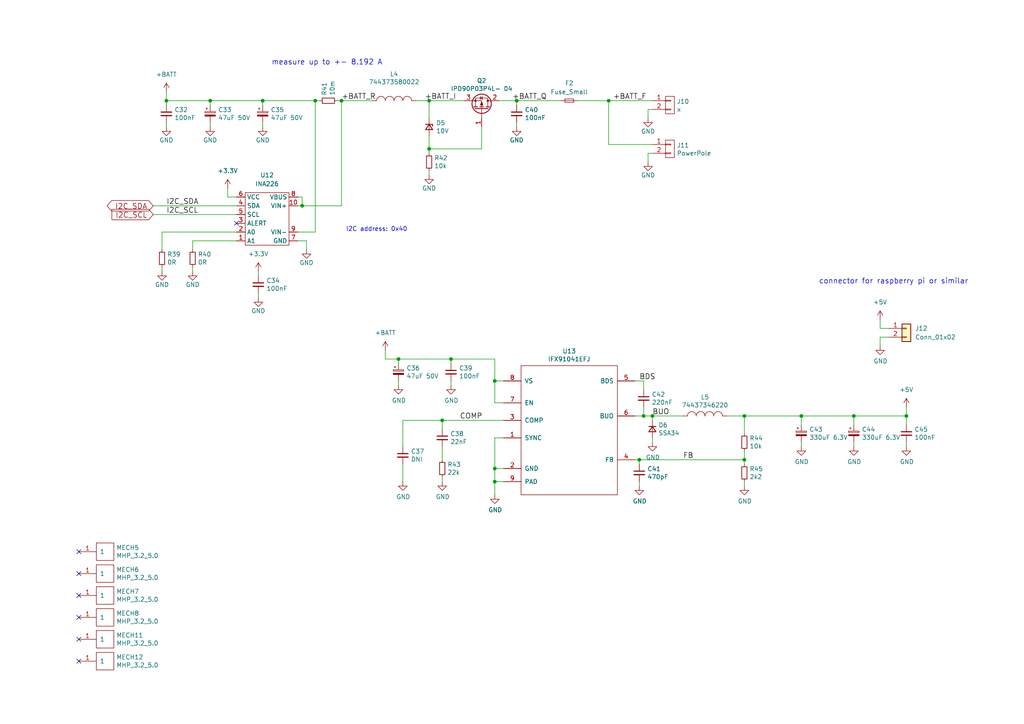
<source format=kicad_sch>
(kicad_sch (version 20211123) (generator eeschema)
  (paper "A4")
  (title_block (title "CyphalRobotController07/CAN") (date "2023-12-03") (rev "0.2") (company "generationmake"))
  (lib_symbols
    (symbol "Connector_Generic:Conn_01x02" (pin_names (offset 1.016) hide)
      (property "Reference" "J" (at 0 2.54 0))
      (property "Value" "Conn_01x02" (at 0 -5.08 0))
      (symbol "Conn_01x02_1_1"
        (rectangle (start -1.27 -2.413) (end 0 -2.667) (stroke (width 0.1524)))
        (rectangle (start -1.27 0.127) (end 0 -0.127) (stroke (width 0.1524)))
        (rectangle (start -1.27 1.27) (end 1.27 -3.81) (stroke (width 0.254)) (fill (type background)))
        (pin passive line (at -5.08 0 0) (length 3.81) (name "Pin_1") (number "1"))
        (pin passive line (at -5.08 -2.54 0) (length 3.81) (name "Pin_2") (number "2"))
      )
    )
    (symbol "Device:C_Polarized_Small" (pin_numbers hide) (pin_names (offset 0.254) hide)
      (property "Reference" "C" (at 0.254 1.778 0))
      (property "Value" "C_Polarized_Small" (at 0.254 -2.032 0))
      (symbol "C_Polarized_Small_0_1"
        (rectangle (start -1.524 -0.3048) (end 1.524 -0.6858) (fill (type outline)))
        (rectangle (start -1.524 0.6858) (end 1.524 0.3048))
        (polyline (pts (xy -1.27 1.524) (xy -0.762 1.524)))
        (polyline (pts (xy -1.016 1.27) (xy -1.016 1.778)))
      )
      (symbol "C_Polarized_Small_1_1"
        (pin passive line (at 0 2.54 270) (length 1.8542) (name "~") (number "1"))
        (pin passive line (at 0 -2.54 90) (length 1.8542) (name "~") (number "2"))
      )
    )
    (symbol "Device:C_Small" (pin_numbers hide) (pin_names (offset 0.254) hide)
      (property "Reference" "C" (at 0.254 1.778 0))
      (property "Value" "C_Small" (at 0.254 -2.032 0))
      (symbol "C_Small_0_1"
        (polyline (pts (xy -1.524 -0.508) (xy 1.524 -0.508)) (stroke (width 0.3302)))
        (polyline (pts (xy -1.524 0.508) (xy 1.524 0.508)) (stroke (width 0.3048)))
      )
      (symbol "C_Small_1_1"
        (pin passive line (at 0 2.54 270) (length 2.032) (name "~") (number "1"))
        (pin passive line (at 0 -2.54 90) (length 2.032) (name "~") (number "2"))
      )
    )
    (symbol "Device:D_Small" (pin_numbers hide) (pin_names (offset 0.254) hide)
      (property "Reference" "D" (at -1.27 2.032 0))
      (property "Value" "D_Small" (at -3.81 -2.032 0))
      (symbol "D_Small_0_1"
        (polyline (pts (xy -0.762 -1.016) (xy -0.762 1.016)) (stroke (width 0.254)))
        (polyline (pts (xy -0.762 0) (xy 0.762 0)))
        (polyline (pts (xy 0.762 -1.016) (xy -0.762 0) (xy 0.762 1.016) (xy 0.762 -1.016)) (stroke (width 0.254)))
      )
      (symbol "D_Small_1_1"
        (pin passive line (at -2.54 0 0) (length 1.778) (name "K") (number "1"))
        (pin passive line (at 2.54 0 180) (length 1.778) (name "A") (number "2"))
      )
    )
    (symbol "Device:D_Zener_Small" (pin_numbers hide) (pin_names (offset 0.254) hide)
      (property "Reference" "D" (at 0 2.286 0))
      (property "Value" "D_Zener_Small" (at 0 -2.286 0))
      (symbol "D_Zener_Small_0_1"
        (polyline (pts (xy 0.762 0) (xy -0.762 0)))
        (polyline (pts (xy -0.254 1.016) (xy -0.762 1.016) (xy -0.762 -1.016)) (stroke (width 0.254)))
        (polyline (pts (xy 0.762 1.016) (xy -0.762 0) (xy 0.762 -1.016) (xy 0.762 1.016)) (stroke (width 0.254)))
      )
      (symbol "D_Zener_Small_1_1"
        (pin passive line (at -2.54 0 0) (length 1.778) (name "K") (number "1"))
        (pin passive line (at 2.54 0 180) (length 1.778) (name "A") (number "2"))
      )
    )
    (symbol "Device:Fuse_Small" (pin_numbers hide) (pin_names (offset 0.254) hide)
      (property "Reference" "F" (at 0 -1.524 0))
      (property "Value" "Fuse_Small" (at 0 1.524 0))
      (symbol "Fuse_Small_0_1"
        (rectangle (start -1.27 0.508) (end 1.27 -0.508))
        (polyline (pts (xy -1.27 0) (xy 1.27 0)))
      )
      (symbol "Fuse_Small_1_1"
        (pin passive line (at -2.54 0 0) (length 1.27) (name "~") (number "1"))
        (pin passive line (at 2.54 0 180) (length 1.27) (name "~") (number "2"))
      )
    )
    (symbol "Device:Q_PMOS_GDS" (pin_names (offset 0) hide)
      (property "Reference" "Q" (at 5.08 1.27 0))
      (property "Value" "Q_PMOS_GDS" (at 5.08 -1.27 0))
      (symbol "Q_PMOS_GDS_0_1"
        (polyline (pts (xy 0.254 0) (xy -2.54 0)))
        (polyline (pts (xy 0.254 1.905) (xy 0.254 -1.905)) (stroke (width 0.254)))
        (polyline (pts (xy 0.762 -1.27) (xy 0.762 -2.286)) (stroke (width 0.254)))
        (polyline (pts (xy 0.762 0.508) (xy 0.762 -0.508)) (stroke (width 0.254)))
        (polyline (pts (xy 0.762 2.286) (xy 0.762 1.27)) (stroke (width 0.254)))
        (polyline (pts (xy 2.54 2.54) (xy 2.54 1.778)))
        (polyline (pts (xy 2.54 -2.54) (xy 2.54 0) (xy 0.762 0)))
        (polyline (pts (xy 0.762 1.778) (xy 3.302 1.778) (xy 3.302 -1.778) (xy 0.762 -1.778)))
        (polyline (pts (xy 2.286 0) (xy 1.27 0.381) (xy 1.27 -0.381) (xy 2.286 0)) (fill (type outline)))
        (polyline (pts (xy 2.794 -0.508) (xy 2.921 -0.381) (xy 3.683 -0.381) (xy 3.81 -0.254)))
        (polyline (pts (xy 3.302 -0.381) (xy 2.921 0.254) (xy 3.683 0.254) (xy 3.302 -0.381)))
        (circle (center 1.651 0) (radius 2.794) (stroke (width 0.254)))
        (circle (center 2.54 -1.778) (radius 0.254) (fill (type outline)))
        (circle (center 2.54 1.778) (radius 0.254) (fill (type outline)))
      )
      (symbol "Q_PMOS_GDS_1_1"
        (pin input line (at -5.08 0 0) (length 2.54) (name "G") (number "1"))
        (pin passive line (at 2.54 5.08 270) (length 2.54) (name "D") (number "2"))
        (pin passive line (at 2.54 -5.08 90) (length 2.54) (name "S") (number "3"))
      )
    )
    (symbol "Device:R_Small" (pin_numbers hide) (pin_names (offset 0.254) hide)
      (property "Reference" "R" (at 0.762 0.508 0))
      (property "Value" "R_Small" (at 0.762 -1.016 0))
      (symbol "R_Small_0_1"
        (rectangle (start -0.762 1.778) (end 0.762 -1.778) (stroke (width 0.2032)))
      )
      (symbol "R_Small_1_1"
        (pin passive line (at 0 2.54 270) (length 0.762) (name "~") (number "1"))
        (pin passive line (at 0 -2.54 90) (length 0.762) (name "~") (number "2"))
      )
    )
    (symbol "OpenCyphalRobotController07-rescue:74437346082-L_power" (pin_numbers hide) (pin_names (offset 0) hide)
      (property "Reference" "L" (at 0 2.54 0))
      (property "Value" "74437346082-L_power" (at 0 -1.27 0))
      (property "Footprint" "L_power:WE-LHMI70xx" (at -2.54 0 0))
      (symbol "74437346082-L_power_0_1"
        (arc (start -2.54 0) (mid -3.81 1.27) (end -5.08 0))
        (arc (start 0 0) (mid -1.27 1.27) (end -2.54 0))
        (arc (start 2.54 0) (mid 1.27 1.27) (end 0 0))
        (arc (start 5.08 0) (mid 3.81 1.27) (end 2.54 0))
      )
      (symbol "74437346082-L_power_1_1"
        (pin input line (at -6.35 0 0) (length 1.27) (name "1") (number "1"))
        (pin input line (at 6.35 0 180) (length 1.27) (name "2") (number "2"))
      )
    )
    (symbol "OpenCyphalRobotController07-rescue:74437346220-L_power" (pin_numbers hide) (pin_names (offset 0) hide)
      (property "Reference" "L" (at 0 2.54 0))
      (property "Value" "74437346220-L_power" (at 0 -1.27 0))
      (property "Footprint" "L_power:WE-LHMI70xx" (at -2.54 0 0))
      (symbol "74437346220-L_power_0_1"
        (arc (start -2.54 0) (mid -3.81 1.27) (end -5.08 0))
        (arc (start 0 0) (mid -1.27 1.27) (end -2.54 0))
        (arc (start 2.54 0) (mid 1.27 1.27) (end 0 0))
        (arc (start 5.08 0) (mid 3.81 1.27) (end 2.54 0))
      )
      (symbol "74437346220-L_power_1_1"
        (pin input line (at -6.35 0 0) (length 1.27) (name "1") (number "1"))
        (pin input line (at 6.35 0 180) (length 1.27) (name "2") (number "2"))
      )
    )
    (symbol "OpenCyphalRobotController07-rescue:IFX91041EFJ-voltage-regulators-HighPowerMotorFeatherWing-rescue" (pin_names (offset 1.016))
      (property "Reference" "U" (at -12.7 18.415 0))
      (property "Value" "IFX91041EFJ-voltage-regulators-HighPowerMotorFeatherWing-rescue" (at -8.89 -22.225 0))
      (symbol "IFX91041EFJ-voltage-regulators-HighPowerMotorFeatherWing-rescue_0_1"
        (rectangle (start -13.97 17.145) (end 13.97 -20.32))
      )
      (symbol "IFX91041EFJ-voltage-regulators-HighPowerMotorFeatherWing-rescue_1_1"
        (pin input line (at -19.05 -3.81 0) (length 5.08) (name "SYNC") (number "1"))
        (pin input line (at -19.05 -12.7 0) (length 5.08) (name "GND") (number "2"))
        (pin input line (at -19.05 1.27 0) (length 5.08) (name "COMP") (number "3"))
        (pin input line (at 19.05 -10.16 180) (length 5.08) (name "FB") (number "4"))
        (pin input line (at 19.05 12.7 180) (length 5.08) (name "BDS") (number "5"))
        (pin input line (at 19.05 2.54 180) (length 5.08) (name "BUO") (number "6"))
        (pin input line (at -19.05 6.35 0) (length 5.08) (name "EN") (number "7"))
        (pin input line (at -19.05 12.7 0) (length 5.08) (name "VS") (number "8"))
        (pin input line (at -19.05 -16.51 0) (length 5.08) (name "PAD") (number "9"))
      )
    )
    (symbol "OpenCyphalRobotController07-rescue:MHP_3.2_5.0-MECH_mounting-holes" (pin_names (offset 1.016))
      (property "Reference" "MECH" (at 0 3.81 0))
      (property "Value" "MHP_3.2_5.0-MECH_mounting-holes" (at 1.27 -3.81 0))
      (symbol "MHP_3.2_5.0-MECH_mounting-holes_1_1"
        (rectangle (start -2.54 2.54) (end 2.54 -2.54))
        (pin bidirectional line (at -7.62 0 0) (length 5.08) (name "1") (number "1"))
      )
    )
    (symbol "OpenCyphalRobotController07-rescue:WR-TBL_691313710002-mechanical-connectors" (pin_names (offset 1.016) hide)
      (property "Reference" "P" (at 0 3.81 0))
      (property "Value" "WR-TBL_691313710002-mechanical-connectors" (at 2.54 0 90))
      (symbol "WR-TBL_691313710002-mechanical-connectors_0_1"
        (rectangle (start -1.27 -1.143) (end 0.254 -1.397))
        (rectangle (start -1.27 1.397) (end 0.254 1.143))
        (rectangle (start -1.27 2.54) (end 1.27 -2.54))
      )
      (symbol "WR-TBL_691313710002-mechanical-connectors_1_1"
        (pin passive line (at -5.08 1.27 0) (length 3.81) (name "P1") (number "1"))
        (pin passive line (at -5.08 -1.27 0) (length 3.81) (name "P2") (number "2"))
      )
    )
    (symbol "generationmake:INA226"
      (property "Reference" "U" (at 0 8.89 0))
      (property "Value" "INA226" (at 0 -8.89 0))
      (symbol "INA226_0_1"
        (rectangle (start -6.35 7.62) (end 6.35 -7.62))
      )
      (symbol "INA226_1_1"
        (pin input line (at -8.89 -6.35 0) (length 2.54) (name "A1") (number "1"))
        (pin input line (at 8.89 3.81 180) (length 2.54) (name "VIN+") (number "10"))
        (pin input line (at -8.89 -3.81 0) (length 2.54) (name "A0") (number "2"))
        (pin input line (at -8.89 -1.27 0) (length 2.54) (name "ALERT") (number "3"))
        (pin input line (at -8.89 3.81 0) (length 2.54) (name "SDA") (number "4"))
        (pin input line (at -8.89 1.27 0) (length 2.54) (name "SCL") (number "5"))
        (pin input line (at -8.89 6.35 0) (length 2.54) (name "VCC") (number "6"))
        (pin input line (at 8.89 -6.35 180) (length 2.54) (name "GND") (number "7"))
        (pin input line (at 8.89 6.35 180) (length 2.54) (name "VBUS") (number "8"))
        (pin input line (at 8.89 -3.81 180) (length 2.54) (name "VIN-") (number "9"))
      )
    )
    (symbol "power:+3.3V" (power) (pin_names (offset 0))
      (property "Value" "+3.3V" (at 0 3.556 0))
      (symbol "+3.3V_0_1"
        (polyline (pts (xy -0.762 1.27) (xy 0 2.54)))
        (polyline (pts (xy 0 0) (xy 0 2.54)))
        (polyline (pts (xy 0 2.54) (xy 0.762 1.27)))
      )
      (symbol "+3.3V_1_1"
        (pin power_in line (at 0 0 90) (length 0) hide (name "+3.3V") (number "1"))
      )
    )
    (symbol "power:+5V" (power) (pin_names (offset 0))
      (property "Value" "+5V" (at 0 3.556 0))
      (symbol "+5V_0_1"
        (polyline (pts (xy -0.762 1.27) (xy 0 2.54)))
        (polyline (pts (xy 0 0) (xy 0 2.54)))
        (polyline (pts (xy 0 2.54) (xy 0.762 1.27)))
      )
      (symbol "+5V_1_1"
        (pin power_in line (at 0 0 90) (length 0) hide (name "+5V") (number "1"))
      )
    )
    (symbol "power:+BATT" (power) (pin_names (offset 0))
      (property "Value" "+BATT" (at 0 3.556 0))
      (symbol "+BATT_0_1"
        (polyline (pts (xy -0.762 1.27) (xy 0 2.54)))
        (polyline (pts (xy 0 0) (xy 0 2.54)))
        (polyline (pts (xy 0 2.54) (xy 0.762 1.27)))
      )
      (symbol "+BATT_1_1"
        (pin power_in line (at 0 0 90) (length 0) hide (name "+BATT") (number "1"))
      )
    )
    (symbol "power:GND" (power) (pin_names (offset 0))
      (property "Value" "GND" (at 0 -3.81 0))
      (symbol "GND_0_1"
        (polyline (pts (xy 0 0) (xy 0 -1.27) (xy 1.27 -1.27) (xy 0 -2.54) (xy -1.27 -1.27) (xy 0 -1.27)))
      )
      (symbol "GND_1_1"
        (pin power_in line (at 0 0 270) (length 0) hide (name "GND") (number "1"))
      )
    )
  )
  (junction (at 91.44 29.21))
  (junction (at 60.96 29.21))
  (junction (at 215.9 133.35))
  (junction (at 130.81 104.14))
  (junction (at 115.57 104.14))
  (junction (at 215.9 120.65))
  (junction (at 176.53 29.21))
  (junction (at 143.51 110.49))
  (junction (at 124.46 29.21))
  (junction (at 128.27 121.92))
  (junction (at 143.51 139.7))
  (junction (at 76.2 29.21))
  (junction (at 232.41 120.65))
  (junction (at 48.26 29.21))
  (junction (at 149.86 29.21))
  (junction (at 99.06 29.21))
  (junction (at 262.89 120.65))
  (junction (at 185.42 133.35))
  (junction (at 247.65 120.65))
  (junction (at 189.23 120.65))
  (junction (at 143.51 135.89))
  (junction (at 87.63 59.69))
  (junction (at 186.69 120.65))
  (junction (at 124.46 43.18))
  (no_connect (at 22.86 166.37))
  (no_connect (at 22.86 160.02))
  (no_connect (at 68.58 64.77))
  (no_connect (at 22.86 179.07))
  (no_connect (at 22.86 185.42))
  (no_connect (at 22.86 191.77))
  (no_connect (at 22.86 172.72))
  (wire (pts (xy 189.23 128.27) (xy 189.23 127)))
  (wire (pts (xy 143.51 104.14) (xy 143.51 110.49)))
  (wire (pts (xy 86.36 57.15) (xy 87.63 57.15)))
  (wire (pts (xy 44.45 62.23) (xy 68.58 62.23)))
  (wire (pts (xy 149.86 29.21) (xy 162.56 29.21)))
  (wire (pts (xy 87.63 57.15) (xy 87.63 59.69)))
  (wire (pts (xy 189.23 44.45) (xy 187.96 44.45)))
  (wire (pts (xy 97.79 29.21) (xy 99.06 29.21)))
  (wire (pts (xy 115.57 105.41) (xy 115.57 104.14)))
  (wire (pts (xy 146.05 127) (xy 143.51 127)))
  (wire (pts (xy 111.76 104.14) (xy 115.57 104.14)))
  (wire (pts (xy 76.2 29.21) (xy 91.44 29.21)))
  (wire (pts (xy 186.69 118.11) (xy 186.69 120.65)))
  (wire (pts (xy 257.81 97.79) (xy 255.27 97.79)))
  (wire (pts (xy 124.46 43.18) (xy 139.7 43.18)))
  (wire (pts (xy 124.46 29.21) (xy 124.46 34.29)))
  (wire (pts (xy 60.96 29.21) (xy 48.26 29.21)))
  (wire (pts (xy 149.86 35.56) (xy 149.86 36.83)))
  (wire (pts (xy 247.65 120.65) (xy 262.89 120.65)))
  (wire (pts (xy 185.42 133.35) (xy 215.9 133.35)))
  (wire (pts (xy 215.9 125.73) (xy 215.9 120.65)))
  (wire (pts (xy 184.15 120.65) (xy 186.69 120.65)))
  (wire (pts (xy 99.06 29.21) (xy 107.95 29.21)))
  (wire (pts (xy 255.27 97.79) (xy 255.27 100.33)))
  (wire (pts (xy 146.05 135.89) (xy 143.51 135.89)))
  (wire (pts (xy 115.57 110.49) (xy 115.57 111.76)))
  (wire (pts (xy 68.58 67.31) (xy 46.99 67.31)))
  (wire (pts (xy 143.51 110.49) (xy 146.05 110.49)))
  (wire (pts (xy 68.58 57.15) (xy 66.04 57.15)))
  (wire (pts (xy 185.42 139.7) (xy 185.42 140.97)))
  (wire (pts (xy 262.89 123.19) (xy 262.89 120.65)))
  (wire (pts (xy 186.69 120.65) (xy 189.23 120.65)))
  (wire (pts (xy 176.53 29.21) (xy 189.23 29.21)))
  (wire (pts (xy 257.81 95.25) (xy 255.27 95.25)))
  (wire (pts (xy 55.88 77.47) (xy 55.88 78.74)))
  (wire (pts (xy 130.81 110.49) (xy 130.81 111.76)))
  (wire (pts (xy 187.96 44.45) (xy 187.96 46.99)))
  (wire (pts (xy 184.15 110.49) (xy 186.69 110.49)))
  (wire (pts (xy 76.2 35.56) (xy 76.2 36.83)))
  (wire (pts (xy 176.53 29.21) (xy 176.53 41.91)))
  (wire (pts (xy 48.26 35.56) (xy 48.26 36.83)))
  (wire (pts (xy 86.36 67.31) (xy 91.44 67.31)))
  (wire (pts (xy 247.65 128.27) (xy 247.65 129.54)))
  (wire (pts (xy 66.04 57.15) (xy 66.04 54.61)))
  (wire (pts (xy 48.26 30.48) (xy 48.26 29.21)))
  (wire (pts (xy 184.15 133.35) (xy 185.42 133.35)))
  (wire (pts (xy 143.51 110.49) (xy 143.51 116.84)))
  (wire (pts (xy 262.89 120.65) (xy 262.89 118.11)))
  (wire (pts (xy 186.69 110.49) (xy 186.69 113.03)))
  (wire (pts (xy 91.44 67.31) (xy 91.44 29.21)))
  (wire (pts (xy 88.9 69.85) (xy 88.9 72.39)))
  (wire (pts (xy 189.23 31.75) (xy 187.96 31.75)))
  (wire (pts (xy 189.23 121.92) (xy 189.23 120.65)))
  (wire (pts (xy 185.42 134.62) (xy 185.42 133.35)))
  (wire (pts (xy 143.51 139.7) (xy 143.51 143.51)))
  (wire (pts (xy 232.41 123.19) (xy 232.41 120.65)))
  (wire (pts (xy 232.41 120.65) (xy 247.65 120.65)))
  (wire (pts (xy 189.23 120.65) (xy 198.12 120.65)))
  (wire (pts (xy 111.76 101.6) (xy 111.76 104.14)))
  (wire (pts (xy 87.63 59.69) (xy 99.06 59.69)))
  (wire (pts (xy 99.06 59.69) (xy 99.06 29.21)))
  (wire (pts (xy 76.2 29.21) (xy 60.96 29.21)))
  (wire (pts (xy 44.45 59.69) (xy 68.58 59.69)))
  (wire (pts (xy 74.93 78.74) (xy 74.93 80.01)))
  (wire (pts (xy 124.46 49.53) (xy 124.46 50.8)))
  (wire (pts (xy 76.2 30.48) (xy 76.2 29.21)))
  (wire (pts (xy 115.57 104.14) (xy 130.81 104.14)))
  (wire (pts (xy 46.99 77.47) (xy 46.99 78.74)))
  (wire (pts (xy 130.81 105.41) (xy 130.81 104.14)))
  (wire (pts (xy 55.88 69.85) (xy 55.88 72.39)))
  (wire (pts (xy 48.26 29.21) (xy 48.26 26.67)))
  (wire (pts (xy 128.27 133.35) (xy 128.27 129.54)))
  (wire (pts (xy 167.64 29.21) (xy 176.53 29.21)))
  (wire (pts (xy 60.96 30.48) (xy 60.96 29.21)))
  (wire (pts (xy 232.41 128.27) (xy 232.41 129.54)))
  (wire (pts (xy 255.27 95.25) (xy 255.27 92.71)))
  (wire (pts (xy 146.05 139.7) (xy 143.51 139.7)))
  (wire (pts (xy 116.84 121.92) (xy 116.84 129.54)))
  (wire (pts (xy 91.44 29.21) (xy 92.71 29.21)))
  (wire (pts (xy 86.36 59.69) (xy 87.63 59.69)))
  (wire (pts (xy 149.86 30.48) (xy 149.86 29.21)))
  (wire (pts (xy 128.27 124.46) (xy 128.27 121.92)))
  (wire (pts (xy 86.36 69.85) (xy 88.9 69.85)))
  (wire (pts (xy 143.51 127) (xy 143.51 135.89)))
  (wire (pts (xy 143.51 135.89) (xy 143.51 139.7)))
  (wire (pts (xy 143.51 116.84) (xy 146.05 116.84)))
  (wire (pts (xy 116.84 134.62) (xy 116.84 139.7)))
  (wire (pts (xy 124.46 43.18) (xy 124.46 44.45)))
  (wire (pts (xy 146.05 121.92) (xy 128.27 121.92)))
  (wire (pts (xy 262.89 128.27) (xy 262.89 129.54)))
  (wire (pts (xy 120.65 29.21) (xy 124.46 29.21)))
  (wire (pts (xy 215.9 139.7) (xy 215.9 140.97)))
  (wire (pts (xy 139.7 43.18) (xy 139.7 36.83)))
  (wire (pts (xy 187.96 31.75) (xy 187.96 34.29)))
  (wire (pts (xy 247.65 123.19) (xy 247.65 120.65)))
  (wire (pts (xy 60.96 35.56) (xy 60.96 36.83)))
  (wire (pts (xy 215.9 133.35) (xy 215.9 134.62)))
  (wire (pts (xy 128.27 139.7) (xy 128.27 138.43)))
  (wire (pts (xy 176.53 41.91) (xy 189.23 41.91)))
  (wire (pts (xy 215.9 130.81) (xy 215.9 133.35)))
  (wire (pts (xy 128.27 121.92) (xy 116.84 121.92)))
  (wire (pts (xy 46.99 67.31) (xy 46.99 72.39)))
  (wire (pts (xy 215.9 120.65) (xy 232.41 120.65)))
  (wire (pts (xy 74.93 85.09) (xy 74.93 86.36)))
  (wire (pts (xy 144.78 29.21) (xy 149.86 29.21)))
  (wire (pts (xy 124.46 39.37) (xy 124.46 43.18)))
  (wire (pts (xy 210.82 120.65) (xy 215.9 120.65)))
  (wire (pts (xy 124.46 29.21) (xy 134.62 29.21)))
  (wire (pts (xy 68.58 69.85) (xy 55.88 69.85)))
  (wire (pts (xy 130.81 104.14) (xy 143.51 104.14)))
  (text "connector for raspberry pi or similar" (at 237.49 82.55 0) (effects (font (size 1.524 1.524)) (justify left bottom)))
  (text "I2C address: 0x40" (at 100.33 67.31 0) (effects (font (size 1.27 1.27)) (justify left bottom)))
  (text "measure up to +- 8.192 A" (at 78.74 19.05 0) (effects (font (size 1.524 1.524)) (justify left bottom)))
  (label "I2C_SCL" (at 48.26 62.23 0) (effects (font (size 1.524 1.524))))
  (label "BUO" (at 189.23 120.65 0) (effects (font (size 1.524 1.524))))
  (label "I2C_SDA" (at 48.26 59.69 0) (effects (font (size 1.524 1.524))))
  (label "+BATT_I" (at 123.19 29.21 0) (effects (font (size 1.524 1.524))))
  (label "+BATT_R" (at 99.06 29.21 0) (effects (font (size 1.524 1.524))))
  (label "FB" (at 198.12 133.35 0) (effects (font (size 1.524 1.524))))
  (label "BDS" (at 185.42 110.49 0) (effects (font (size 1.524 1.524))))
  (label "+BATT_F" (at 177.8 29.21 0) (effects (font (size 1.524 1.524))))
  (label "+BATT_Q" (at 148.59 29.21 0) (effects (font (size 1.524 1.524))))
  (label "COMP" (at 133.35 121.92 0) (effects (font (size 1.524 1.524))))
  (global_label "I2C_SDA" (shape bidirectional) (at 44.45 59.69 180) (effects (font (size 1.524 1.524))) (property "Referenzen zwischen Schaltplänen" "${INTERSHEET_REFS}" (effects hide)))
  (global_label "I2C_SCL" (shape input) (at 44.45 62.23 180) (effects (font (size 1.524 1.524))) (property "Referenzen zwischen Schaltplänen" "${INTERSHEET_REFS}" (effects hide)))
  (symbol (lib_id "OpenCyphalRobotController07-rescue:IFX91041EFJ-voltage-regulators-HighPowerMotorFeatherWing-rescue") (at 165.1 123.19 0) (unit 1)
    (property "Reference" "U13" (at 165.1 101.854 0))
    (property "Value" "IFX91041EFJ" (at 165.1 104.1654 0))
    (property "Footprint" "Package_SO:SOIC-8-1EP_3.9x4.9mm_P1.27mm_EP2.29x3mm" (effects hide))
  )
  (symbol (lib_id "power:GND") (at 143.51 143.51 0) (unit 1)
    (property "Reference" "#PWR0111" (effects hide))
    (property "Value" "GND" (at 143.637 147.9042 0))
  )
  (symbol (lib_id "Device:C_Small") (at 128.27 127 0) (unit 1)
    (property "Reference" "C38" (at 130.6068 125.8316 0) (effects (justify left)))
    (property "Value" "22nF" (at 130.6068 128.143 0) (effects (justify left)))
    (property "Footprint" "Capacitor_SMD:C_0603_1608Metric" (effects hide))
  )
  (symbol (lib_id "Device:R_Small") (at 128.27 135.89 0) (unit 1)
    (property "Reference" "R43" (at 129.7686 134.7216 0) (effects (justify left)))
    (property "Value" "22k" (at 129.7686 137.033 0) (effects (justify left)))
    (property "Footprint" "Resistor_SMD:R_0603_1608Metric" (effects hide))
  )
  (symbol (lib_id "Device:C_Small") (at 116.84 132.08 0) (unit 1)
    (property "Reference" "C37" (at 119.1768 130.9116 0) (effects (justify left)))
    (property "Value" "DNI" (at 119.1768 133.223 0) (effects (justify left)))
    (property "Footprint" "Capacitor_SMD:C_0603_1608Metric" (effects hide))
  )
  (symbol (lib_id "power:GND") (at 128.27 139.7 0) (unit 1)
    (property "Reference" "#PWR0109" (effects hide))
    (property "Value" "GND" (at 128.397 144.0942 0))
  )
  (symbol (lib_id "power:GND") (at 116.84 139.7 0) (unit 1)
    (property "Reference" "#PWR0107" (effects hide))
    (property "Value" "GND" (at 116.967 144.0942 0))
  )
  (symbol (lib_id "Device:C_Small") (at 130.81 107.95 0) (unit 1)
    (property "Reference" "C39" (at 133.1468 106.7816 0) (effects (justify left)))
    (property "Value" "100nF" (at 133.1468 109.093 0) (effects (justify left)))
    (property "Footprint" "Capacitor_SMD:C_0603_1608Metric" (effects hide))
  )
  (symbol (lib_id "Device:C_Small") (at 185.42 137.16 0) (unit 1)
    (property "Reference" "C41" (at 187.7568 135.9916 0) (effects (justify left)))
    (property "Value" "470pF" (at 187.7568 138.303 0) (effects (justify left)))
    (property "Footprint" "Capacitor_SMD:C_0603_1608Metric" (effects hide))
  )
  (symbol (lib_id "power:GND") (at 130.81 111.76 0) (unit 1)
    (property "Reference" "#PWR0110" (effects hide))
    (property "Value" "GND" (at 130.937 116.1542 0))
  )
  (symbol (lib_id "power:GND") (at 185.42 140.97 0) (unit 1)
    (property "Reference" "#PWR0113" (effects hide))
    (property "Value" "GND" (at 185.547 145.3642 0))
  )
  (symbol (lib_id "Device:R_Small") (at 215.9 137.16 0) (unit 1)
    (property "Reference" "R45" (at 217.3986 135.9916 0) (effects (justify left)))
    (property "Value" "2k2" (at 217.3986 138.303 0) (effects (justify left)))
    (property "Footprint" "Resistor_SMD:R_0603_1608Metric" (effects hide))
  )
  (symbol (lib_id "Device:R_Small") (at 215.9 128.27 0) (unit 1)
    (property "Reference" "R44" (at 217.3986 127.1016 0) (effects (justify left)))
    (property "Value" "10k" (at 217.3986 129.413 0) (effects (justify left)))
    (property "Footprint" "Resistor_SMD:R_0603_1608Metric" (effects hide))
  )
  (symbol (lib_id "power:GND") (at 215.9 140.97 0) (unit 1)
    (property "Reference" "#PWR0117" (effects hide))
    (property "Value" "GND" (at 216.027 145.3642 0))
  )
  (symbol (lib_id "Device:C_Small") (at 186.69 115.57 0) (unit 1)
    (property "Reference" "C42" (at 189.0268 114.4016 0) (effects (justify left)))
    (property "Value" "220nF" (at 189.0268 116.713 0) (effects (justify left)))
    (property "Footprint" "Capacitor_SMD:C_0603_1608Metric" (effects hide))
  )
  (symbol (lib_id "OpenCyphalRobotController07-rescue:74437346220-L_power") (at 204.47 120.65 0) (unit 1)
    (property "Reference" "L5" (at 204.47 115.189 0))
    (property "Value" "74437346220" (at 204.47 117.5004 0))
    (property "Footprint" "Inductor_SMD:L_Wuerth_HCI-7050" (effects hide))
  )
  (symbol (lib_id "Device:C_Polarized_Small") (at 232.41 125.73 0) (unit 1)
    (property "Reference" "C43" (at 234.7214 124.5616 0) (effects (justify left)))
    (property "Value" "330uF 6.3V" (at 234.7214 126.873 0) (effects (justify left)))
    (property "Footprint" "Capacitor_Tantalum_SMD:CP_EIA-7343-15_Kemet-W" (effects hide))
  )
  (symbol (lib_id "Device:C_Polarized_Small") (at 247.65 125.73 0) (unit 1)
    (property "Reference" "C44" (at 249.9614 124.5616 0) (effects (justify left)))
    (property "Value" "330uF 6.3V" (at 249.9614 126.873 0) (effects (justify left)))
    (property "Footprint" "Capacitor_Tantalum_SMD:CP_EIA-7343-15_Kemet-W" (effects hide))
  )
  (symbol (lib_id "Device:C_Polarized_Small") (at 115.57 107.95 0) (unit 1)
    (property "Reference" "C36" (at 117.8814 106.7816 0) (effects (justify left)))
    (property "Value" "47uF 50V" (at 117.8814 109.093 0) (effects (justify left)))
    (property "Footprint" "Capacitor_Tantalum_SMD:CP_EIA-7343-15_Kemet-W" (effects hide))
  )
  (symbol (lib_id "power:GND") (at 115.57 111.76 0) (unit 1)
    (property "Reference" "#PWR0106" (effects hide))
    (property "Value" "GND" (at 115.697 116.1542 0))
  )
  (symbol (lib_id "Device:C_Small") (at 262.89 125.73 0) (unit 1)
    (property "Reference" "C45" (at 265.2268 124.5616 0) (effects (justify left)))
    (property "Value" "100nF" (at 265.2268 126.873 0) (effects (justify left)))
    (property "Footprint" "Capacitor_SMD:C_0603_1608Metric" (effects hide))
  )
  (symbol (lib_id "power:GND") (at 232.41 129.54 0) (unit 1)
    (property "Reference" "#PWR0118" (effects hide))
    (property "Value" "GND" (at 232.537 133.9342 0))
  )
  (symbol (lib_id "power:GND") (at 247.65 129.54 0) (unit 1)
    (property "Reference" "#PWR0119" (effects hide))
    (property "Value" "GND" (at 247.777 133.9342 0))
  )
  (symbol (lib_id "power:GND") (at 262.89 129.54 0) (unit 1)
    (property "Reference" "#PWR0123" (effects hide))
    (property "Value" "GND" (at 263.017 133.9342 0))
  )
  (symbol (lib_id "Device:D_Small") (at 189.23 124.46 270) (unit 1)
    (property "Reference" "D6" (at 190.9572 123.2916 90) (effects (justify left)))
    (property "Value" "SSA34" (at 190.9572 125.603 90) (effects (justify left)))
    (property "Footprint" "Diode_SMD:D_SMA" (effects hide))
  )
  (symbol (lib_id "power:GND") (at 189.23 128.27 0) (unit 1)
    (property "Reference" "#PWR0116" (effects hide))
    (property "Value" "GND" (at 189.357 132.6642 0))
  )
  (symbol (lib_id "OpenCyphalRobotController07-rescue:MHP_3.2_5.0-MECH_mounting-holes") (at 30.48 160.02 0) (unit 1)
    (property "Reference" "MECH5" (at 33.7312 158.8516 0) (effects (justify left)))
    (property "Value" "MHP_3.2_5.0" (at 33.7312 161.163 0) (effects (justify left)))
    (property "Footprint" "generationmake:MHP_3.2_5.8" (effects hide))
  )
  (symbol (lib_id "OpenCyphalRobotController07-rescue:MHP_3.2_5.0-MECH_mounting-holes") (at 30.48 166.37 0) (unit 1)
    (property "Reference" "MECH6" (at 33.7312 165.2016 0) (effects (justify left)))
    (property "Value" "MHP_3.2_5.0" (at 33.7312 167.513 0) (effects (justify left)))
    (property "Footprint" "generationmake:MHP_3.2_5.8" (effects hide))
  )
  (symbol (lib_id "OpenCyphalRobotController07-rescue:MHP_3.2_5.0-MECH_mounting-holes") (at 30.48 172.72 0) (unit 1)
    (property "Reference" "MECH7" (at 33.7312 171.5516 0) (effects (justify left)))
    (property "Value" "MHP_3.2_5.0" (at 33.7312 173.863 0) (effects (justify left)))
    (property "Footprint" "generationmake:MHP_3.2_5.8" (effects hide))
  )
  (symbol (lib_id "OpenCyphalRobotController07-rescue:MHP_3.2_5.0-MECH_mounting-holes") (at 30.48 179.07 0) (unit 1)
    (property "Reference" "MECH8" (at 33.7312 177.9016 0) (effects (justify left)))
    (property "Value" "MHP_3.2_5.0" (at 33.7312 180.213 0) (effects (justify left)))
    (property "Footprint" "generationmake:MHP_3.2_5.8" (effects hide))
  )
  (symbol (lib_id "OpenCyphalRobotController07-rescue:MHP_3.2_5.0-MECH_mounting-holes") (at 30.48 185.42 0) (unit 1)
    (property "Reference" "MECH11" (at 33.7312 184.2516 0) (effects (justify left)))
    (property "Value" "MHP_3.2_5.0" (at 33.7312 186.563 0) (effects (justify left)))
    (property "Footprint" "generationmake:MHP_3.2_5.8" (effects hide))
  )
  (symbol (lib_id "OpenCyphalRobotController07-rescue:MHP_3.2_5.0-MECH_mounting-holes") (at 30.48 191.77 0) (unit 1)
    (property "Reference" "MECH12" (at 33.7312 190.6016 0) (effects (justify left)))
    (property "Value" "MHP_3.2_5.0" (at 33.7312 192.913 0) (effects (justify left)))
    (property "Footprint" "generationmake:MHP_3.2_5.8" (effects hide))
  )
  (symbol (lib_id "Device:C_Small") (at 48.26 33.02 0) (unit 1)
    (property "Reference" "C32" (at 50.5968 31.8516 0) (effects (justify left)))
    (property "Value" "100nF" (at 50.5968 34.163 0) (effects (justify left)))
    (property "Footprint" "Capacitor_SMD:C_0603_1608Metric" (effects hide))
  )
  (symbol (lib_id "Device:C_Small") (at 74.93 82.55 0) (unit 1)
    (property "Reference" "C34" (at 77.2668 81.3816 0) (effects (justify left)))
    (property "Value" "100nF" (at 77.2668 83.693 0) (effects (justify left)))
    (property "Footprint" "Capacitor_SMD:C_0603_1608Metric" (effects hide))
  )
  (symbol (lib_id "OpenCyphalRobotController07-rescue:WR-TBL_691313710002-mechanical-connectors") (at 194.31 30.48 0) (unit 1)
    (property "Reference" "J10" (at 196.2912 29.4386 0) (effects (justify left)))
    (property "Value" "x" (at 196.2912 31.75 0) (effects (justify left)))
    (property "Footprint" "Connector_Phoenix_MC:PhoenixContact_MCV_1,5_2-G-3.81_1x02_P3.81mm_Vertical" (effects hide))
  )
  (symbol (lib_id "power:GND") (at 124.46 50.8 0) (unit 1)
    (property "Reference" "#PWR0108" (effects hide))
    (property "Value" "GND" (at 124.46 54.61 0))
  )
  (symbol (lib_id "Connector_Generic:Conn_01x02") (at 262.89 95.25 0) (unit 1)
    (property "Reference" "J12" (at 265.43 95.2499 0) (effects (justify left)))
    (property "Value" "Conn_01x02" (at 265.43 97.7899 0) (effects (justify left)))
    (property "Footprint" "Connector_Phoenix_MC:PhoenixContact_MCV_1,5_2-G-3.81_1x02_P3.81mm_Vertical" (effects hide))
  )
  (symbol (lib_id "power:GND") (at 187.96 34.29 0) (unit 1)
    (property "Reference" "#PWR0114" (effects hide))
    (property "Value" "GND" (at 187.96 38.1 0))
  )
  (symbol (lib_id "power:GND") (at 76.2 36.83 0) (unit 1)
    (property "Reference" "#PWR0103" (effects hide))
    (property "Value" "GND" (at 76.2 40.64 0))
  )
  (symbol (lib_id "OpenCyphalRobotController07-rescue:WR-TBL_691313710002-mechanical-connectors") (at 194.31 43.18 0) (unit 1)
    (property "Reference" "J11" (at 196.2912 42.1386 0) (effects (justify left)))
    (property "Value" "PowerPole" (at 196.2912 44.45 0) (effects (justify left)))
    (property "Footprint" "generationmake:POWERPOLE_2" (effects hide))
  )
  (symbol (lib_id "power:GND") (at 74.93 86.36 0) (unit 1)
    (property "Reference" "#PWR0102" (effects hide))
    (property "Value" "GND" (at 74.93 90.17 0))
  )
  (symbol (lib_id "power:+5V") (at 262.89 118.11 0) (unit 1)
    (property "Reference" "#PWR0122" (effects hide))
    (property "Value" "+5V" (at 262.89 113.03 0))
  )
  (symbol (lib_id "Device:R_Small") (at 55.88 74.93 0) (unit 1)
    (property "Reference" "R40" (at 57.3786 73.7616 0) (effects (justify left)))
    (property "Value" "0R" (at 57.3786 76.073 0) (effects (justify left)))
    (property "Footprint" "Resistor_SMD:R_0603_1608Metric" (effects hide))
  )
  (symbol (lib_id "Device:Fuse_Small") (at 165.1 29.21 0) (unit 1)
    (property "Reference" "F2" (at 165.1 24.13 0))
    (property "Value" "Fuse_Small" (at 165.1 26.67 0))
    (property "Footprint" "generationmake:Fuseholder_Blade_ATO_Littelfuse_Pudenz_2_Pin" (effects hide))
  )
  (symbol (lib_id "power:+3.3V") (at 66.04 54.61 0) (unit 1)
    (property "Reference" "#PWR0153" (effects hide))
    (property "Value" "+3.3V" (at 66.04 49.53 0))
  )
  (symbol (lib_id "power:GND") (at 149.86 36.83 0) (unit 1)
    (property "Reference" "#PWR0112" (effects hide))
    (property "Value" "GND" (at 149.86 40.64 0))
  )
  (symbol (lib_id "Device:D_Zener_Small") (at 124.46 36.83 270) (unit 1)
    (property "Reference" "D5" (at 126.4666 35.6616 90) (effects (justify left)))
    (property "Value" "10V" (at 126.4666 37.973 90) (effects (justify left)))
    (property "Footprint" "Diode_SMD:D_SOD-123" (effects hide))
  )
  (symbol (lib_id "Device:C_Polarized_Small") (at 60.96 33.02 0) (unit 1)
    (property "Reference" "C33" (at 63.2714 31.8516 0) (effects (justify left)))
    (property "Value" "47uF 50V" (at 63.2714 34.163 0) (effects (justify left)))
    (property "Footprint" "Capacitor_Tantalum_SMD:CP_EIA-7343-15_Kemet-W" (effects hide))
  )
  (symbol (lib_id "generationmake:INA226") (at 77.47 63.5 0) (unit 1)
    (property "Reference" "U12" (at 77.47 50.8 0))
    (property "Value" "INA226" (at 77.47 53.34 0))
    (property "Footprint" "Package_SO:MSOP-10_3x3mm_P0.5mm" (effects hide))
  )
  (symbol (lib_id "power:+5V") (at 255.27 92.71 0) (unit 1)
    (property "Reference" "#PWR0120" (effects hide))
    (property "Value" "+5V" (at 255.27 87.63 0))
  )
  (symbol (lib_id "power:+BATT") (at 48.26 26.67 0) (unit 1)
    (property "Reference" "#PWR096" (effects hide))
    (property "Value" "+BATT" (at 48.26 21.59 0))
  )
  (symbol (lib_id "Device:C_Polarized_Small") (at 76.2 33.02 0) (unit 1)
    (property "Reference" "C35" (at 78.5114 31.8516 0) (effects (justify left)))
    (property "Value" "47uF 50V" (at 78.5114 34.163 0) (effects (justify left)))
    (property "Footprint" "Capacitor_Tantalum_SMD:CP_EIA-7343-15_Kemet-W" (effects hide))
  )
  (symbol (lib_id "power:+BATT") (at 111.76 101.6 0) (unit 1)
    (property "Reference" "#PWR0105" (effects hide))
    (property "Value" "+BATT" (at 111.76 96.52 0))
  )
  (symbol (lib_id "power:GND") (at 187.96 46.99 0) (unit 1)
    (property "Reference" "#PWR0115" (effects hide))
    (property "Value" "GND" (at 187.96 50.8 0))
  )
  (symbol (lib_id "power:GND") (at 48.26 36.83 0) (unit 1)
    (property "Reference" "#PWR097" (effects hide))
    (property "Value" "GND" (at 48.26 40.64 0))
  )
  (symbol (lib_id "power:GND") (at 46.99 78.74 0) (unit 1)
    (property "Reference" "#PWR095" (effects hide))
    (property "Value" "GND" (at 46.99 82.55 0))
  )
  (symbol (lib_id "power:+3.3V") (at 74.93 78.74 0) (unit 1)
    (property "Reference" "#PWR0152" (effects hide))
    (property "Value" "+3.3V" (at 74.93 73.66 0))
  )
  (symbol (lib_id "power:GND") (at 60.96 36.83 0) (unit 1)
    (property "Reference" "#PWR099" (effects hide))
    (property "Value" "GND" (at 60.96 40.64 0))
  )
  (symbol (lib_id "Device:R_Small") (at 46.99 74.93 0) (unit 1)
    (property "Reference" "R39" (at 48.4886 73.7616 0) (effects (justify left)))
    (property "Value" "0R" (at 48.4886 76.073 0) (effects (justify left)))
    (property "Footprint" "Resistor_SMD:R_0603_1608Metric" (effects hide))
  )
  (symbol (lib_id "power:GND") (at 255.27 100.33 0) (unit 1)
    (property "Reference" "#PWR0121" (effects hide))
    (property "Value" "GND" (at 255.397 104.7242 0))
  )
  (symbol (lib_id "OpenCyphalRobotController07-rescue:74437346082-L_power") (at 114.3 29.21 0) (unit 1)
    (property "Reference" "L4" (at 114.3 21.463 0))
    (property "Value" "744373580022" (at 114.3 23.7744 0))
    (property "Footprint" "Inductor_SMD:L_Wuerth_HCI-7050" (effects hide))
  )
  (symbol (lib_id "Device:Q_PMOS_GDS") (at 139.7 31.75 270) (mirror x) (unit 1)
    (property "Reference" "Q2" (at 139.7 23.4188 90))
    (property "Value" "IPD90P03P4L- 04" (at 139.7 25.7302 90))
    (property "Footprint" "Package_TO_SOT_SMD:TO-252-2" (effects hide))
  )
  (symbol (lib_id "power:GND") (at 88.9 72.39 0) (unit 1)
    (property "Reference" "#PWR0104" (effects hide))
    (property "Value" "GND" (at 88.9 76.2 0))
  )
  (symbol (lib_id "Device:R_Small") (at 124.46 46.99 0) (unit 1)
    (property "Reference" "R42" (at 125.9586 45.8216 0) (effects (justify left)))
    (property "Value" "10k" (at 125.9586 48.133 0) (effects (justify left)))
    (property "Footprint" "Resistor_SMD:R_0603_1608Metric" (effects hide))
  )
  (symbol (lib_id "Device:R_Small") (at 95.25 29.21 90) (unit 1)
    (property "Reference" "R41" (at 94.0816 27.7114 0) (effects (justify left)))
    (property "Value" "10m" (at 96.393 27.7114 0) (effects (justify left)))
    (property "Footprint" "Resistor_SMD:R_1206_3216Metric" (effects hide))
  )
  (symbol (lib_id "power:GND") (at 55.88 78.74 0) (unit 1)
    (property "Reference" "#PWR098" (effects hide))
    (property "Value" "GND" (at 55.88 82.55 0))
  )
  (symbol (lib_id "Device:C_Small") (at 149.86 33.02 0) (unit 1)
    (property "Reference" "C40" (at 152.1968 31.8516 0) (effects (justify left)))
    (property "Value" "100nF" (at 152.1968 34.163 0) (effects (justify left)))
    (property "Footprint" "Capacitor_SMD:C_0603_1608Metric" (effects hide))
  )
)
</source>
